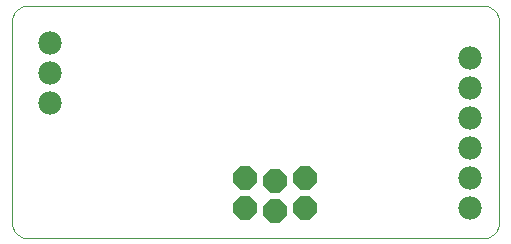
<source format=gbs>
G75*
G70*
%OFA0B0*%
%FSLAX24Y24*%
%IPPOS*%
%LPD*%
%AMOC8*
5,1,8,0,0,1.08239X$1,22.5*
%
%ADD10C,0.0000*%
%ADD11OC8,0.0780*%
%ADD12C,0.0780*%
D10*
X000800Y000550D02*
X016020Y000550D01*
X016064Y000552D01*
X016107Y000558D01*
X016149Y000567D01*
X016191Y000580D01*
X016231Y000597D01*
X016270Y000617D01*
X016307Y000640D01*
X016341Y000667D01*
X016374Y000696D01*
X016403Y000729D01*
X016430Y000763D01*
X016453Y000800D01*
X016473Y000839D01*
X016490Y000879D01*
X016503Y000921D01*
X016512Y000963D01*
X016518Y001006D01*
X016520Y001050D01*
X016520Y007796D01*
X016518Y007840D01*
X016512Y007883D01*
X016503Y007925D01*
X016490Y007967D01*
X016473Y008007D01*
X016453Y008046D01*
X016430Y008083D01*
X016403Y008117D01*
X016374Y008150D01*
X016341Y008179D01*
X016307Y008206D01*
X016270Y008229D01*
X016231Y008249D01*
X016191Y008266D01*
X016149Y008279D01*
X016107Y008288D01*
X016064Y008294D01*
X016020Y008296D01*
X000800Y008296D01*
X000756Y008294D01*
X000713Y008288D01*
X000671Y008279D01*
X000629Y008266D01*
X000589Y008249D01*
X000550Y008229D01*
X000513Y008206D01*
X000479Y008179D01*
X000446Y008150D01*
X000417Y008117D01*
X000390Y008083D01*
X000367Y008046D01*
X000347Y008007D01*
X000330Y007967D01*
X000317Y007925D01*
X000308Y007883D01*
X000302Y007840D01*
X000300Y007796D01*
X000300Y001050D01*
X000302Y001006D01*
X000308Y000963D01*
X000317Y000921D01*
X000330Y000879D01*
X000347Y000839D01*
X000367Y000800D01*
X000390Y000763D01*
X000417Y000729D01*
X000446Y000696D01*
X000479Y000667D01*
X000513Y000640D01*
X000550Y000617D01*
X000589Y000597D01*
X000629Y000580D01*
X000671Y000567D01*
X000713Y000558D01*
X000756Y000552D01*
X000800Y000550D01*
D11*
X008050Y001550D03*
X009050Y001450D03*
X010050Y001550D03*
X009050Y002450D03*
X008050Y002550D03*
X010050Y002550D03*
D12*
X015550Y002550D03*
X015550Y001550D03*
X015550Y003550D03*
X015550Y004550D03*
X015550Y005550D03*
X015550Y006550D03*
X001550Y006050D03*
X001550Y005050D03*
X001550Y007050D03*
M02*

</source>
